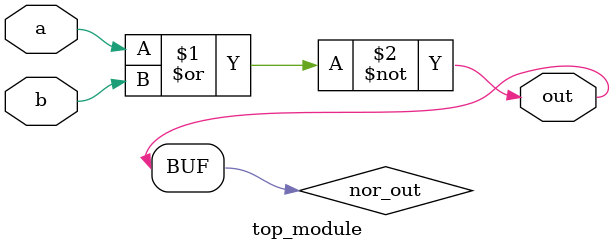
<source format=sv>
module top_module(
  input a,
  input b,
  output out
);
  wire nor_out;
  
  // NOR gate implementation
  assign nor_out = ~(a | b);
  
  // Assign NOR output to the module output
  assign out = nor_out;
endmodule

</source>
